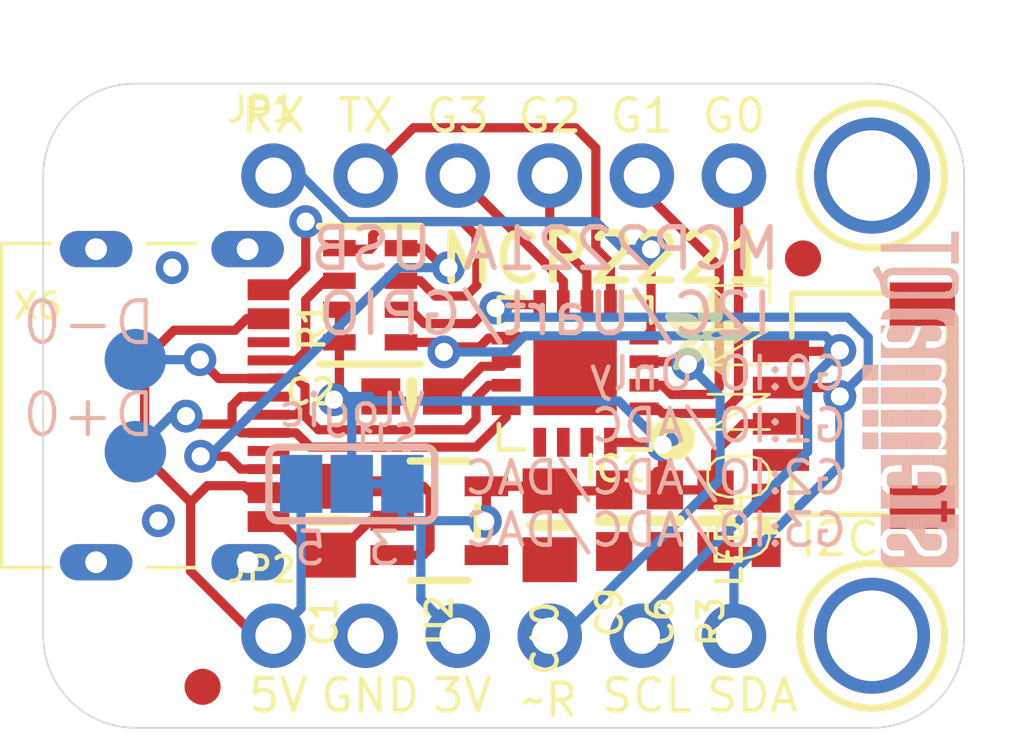
<source format=kicad_pcb>
(kicad_pcb (version 20211014) (generator pcbnew)
  (layers (0 "F.Cu" signal) (31 "B.Cu" signal) (34 "B.Paste" user) (35 "F.Paste" user) (36 "B.SilkS" user "B.Silkscreen") (37 "F.SilkS" user "F.Silkscreen") (38 "B.Mask" user) (39 "F.Mask" user) (44 "Edge.Cuts" user))
  (net 0 "")
  (net 1 "GND")
  (net 2 "+5V")
  (net 3 "D+")
  (net 4 "D-")
  (net 5 "+3V3")
  (net 6 "N$8")
  (net 7 "CC1")
  (net 8 "CC2")
  (net 9 "VCC")
  (net 10 "SDA")
  (net 11 "SCL")
  (net 12 "N$1")
  (net 13 "GP0")
  (net 14 "GP1")
  (net 15 "GP2")
  (net 16 "GP3")
  (net 17 "RX")
  (net 18 "TX")
  (net 19 "~{RST}")
  (net 20 "N$2")
  (footprint "" (layer "F.Cu") (at 138.3411 111.3536)
    (fp_text reference "@HOLE1" hide)
    (fp_text value "" (at 0 0) (layer "F.SilkS") (effects (font (size 1.27 1.27))))
    (pad "" np_thru_hole circle (at 0 0) (size 2.54 2.54) (drill 2.54) (layers *.Cu *.Mask))
  )
  (footprint "boardEagle:FIDUCIAL_1MM" (layer "F.Cu") (at 140.1953 112.7633)
    (fp_text reference "FID1" hide)
    (fp_text value "FIDUCIAL_1MM" hide)
    (pad "1" smd roundrect (at 0 0) (size 1 1) (layers "F.Cu" "F.Mask") (roundrect_rratio 0.5))
  )
  (footprint "boardEagle:SOT23-5" (layer "F.Cu") (at 146.7231 108.1786 -90)
    (fp_text reference "U2" (at 1.978 0 90) (layer "F.SilkS") (effects (font (size 0.692831 0.692831) (thickness 0.119969)) (justify right)))
    (fp_text value "AP2112-3.3")
    (pad "1" smd rect (at -0.95 1.3001 270) (size 0.55 1.2) (layers "F.Cu" "F.Paste" "F.Mask") (net 2 "+5V"))
    (pad "2" smd rect (at 0 1.3001 270) (size 0.55 1.2) (layers "F.Cu" "F.Paste" "F.Mask") (net 1 "GND"))
    (pad "3" smd rect (at 0.95 1.3001 270) (size 0.55 1.2) (layers "F.Cu" "F.Paste" "F.Mask") (net 2 "+5V"))
    (pad "4" smd rect (at 0.95 -1.3001 270) (size 0.55 1.2) (layers "F.Cu" "F.Paste" "F.Mask"))
    (pad "5" smd rect (at -0.95 -1.3001 270) (size 0.55 1.2) (layers "F.Cu" "F.Paste" "F.Mask") (net 5 "+3V3"))
  )
  (footprint "boardEagle:QFN16_4MM" (layer "F.Cu") (at 150.4696 104.1146 180)
    (fp_text reference "IC1" (at -2.024 -2.632) (layer "F.SilkS") (effects (font (size 0.692831 0.692831) (thickness 0.119969)) (justify right)))
    (fp_text value "MCP2221_ML")
    (pad "1" smd rect (at -1.9 -0.975 270) (size 0.35 0.8) (layers "F.Cu" "F.Paste" "F.Mask") (net 13 "GP0"))
    (pad "2" smd rect (at -1.9 -0.325 270) (size 0.35 0.8) (layers "F.Cu" "F.Paste" "F.Mask") (net 14 "GP1"))
    (pad "3" smd rect (at -1.9 0.325 270) (size 0.35 0.8) (layers "F.Cu" "F.Paste" "F.Mask") (net 19 "~{RST}"))
    (pad "4" smd rect (at -1.9 0.975 270) (size 0.35 0.8) (layers "F.Cu" "F.Paste" "F.Mask") (net 17 "RX"))
    (pad "5" smd rect (at -0.975 1.9) (size 0.35 0.8) (layers "F.Cu" "F.Paste" "F.Mask") (net 18 "TX"))
    (pad "6" smd rect (at -0.325 1.9) (size 0.35 0.8) (layers "F.Cu" "F.Paste" "F.Mask") (net 15 "GP2"))
    (pad "7" smd rect (at 0.325 1.9) (size 0.35 0.8) (layers "F.Cu" "F.Paste" "F.Mask") (net 16 "GP3"))
    (pad "8" smd rect (at 0.975 1.9) (size 0.35 0.8) (layers "F.Cu" "F.Paste" "F.Mask") (net 10 "SDA"))
    (pad "9" smd rect (at 1.9 0.975 90) (size 0.35 0.8) (layers "F.Cu" "F.Paste" "F.Mask") (net 11 "SCL"))
    (pad "10" smd rect (at 1.9 0.325 90) (size 0.35 0.8) (layers "F.Cu" "F.Paste" "F.Mask") (net 12 "N$1"))
    (pad "11" smd rect (at 1.9 -0.325 90) (size 0.35 0.8) (layers "F.Cu" "F.Paste" "F.Mask") (net 4 "D-"))
    (pad "12" smd rect (at 1.9 -0.975 90) (size 0.35 0.8) (layers "F.Cu" "F.Paste" "F.Mask") (net 3 "D+"))
    (pad "13" smd rect (at 0.975 -1.9 180) (size 0.35 0.8) (layers "F.Cu" "F.Paste" "F.Mask") (net 1 "GND"))
    (pad "14" smd rect (at 0.325 -1.9 180) (size 0.35 0.8) (layers "F.Cu" "F.Paste" "F.Mask"))
    (pad "15" smd rect (at -0.325 -1.9 180) (size 0.35 0.8) (layers "F.Cu" "F.Paste" "F.Mask"))
    (pad "16" smd rect (at -0.975 -1.9 180) (size 0.35 0.8) (layers "F.Cu" "F.Paste" "F.Mask") (net 9 "VCC"))
    (pad "THERMAL" smd rect (at 0 0 180) (size 2.3 2.3) (layers "F.Cu" "F.Mask"))
  )
  (footprint "boardEagle:USB_C_CUSB31-CFM2AX-01-X" (layer "F.Cu") (at 138.4681 105.0036 -90)
    (fp_text reference "X6" (at -2.75 3.56) (layer "F.SilkS") (effects (font (size 0.692831 0.692831) (thickness 0.119969)) (justify left)))
    (fp_text value "USBC")
    (pad "" np_thru_hole circle (at 2.89 -2.47 270) (size 0.65 0.65) (drill 0.65) (layers *.Cu *.Mask))
    (pad "" np_thru_hole circle (at -2.89 -2.47 270) (size 0.65 0.65) (drill 0.65) (layers *.Cu *.Mask))
    (pad "A1B12" smd rect (at -3.2 -3.545 270) (size 0.575 1.15) (layers "F.Cu" "F.Paste" "F.Mask") (net 1 "GND"))
    (pad "A4B9" smd rect (at -2.4 -3.545 270) (size 0.575 1.15) (layers "F.Cu" "F.Paste" "F.Mask") (net 2 "+5V"))
    (pad "A5" smd rect (at -1.25 -3.545 270) (size 0.275 1.15) (layers "F.Cu" "F.Paste" "F.Mask") (net 7 "CC1"))
    (pad "A6" smd rect (at -0.25 -3.545 270) (size 0.275 1.15) (layers "F.Cu" "F.Paste" "F.Mask") (net 3 "D+"))
    (pad "A7" smd rect (at 0.25 -3.545 270) (size 0.275 1.15) (layers "F.Cu" "F.Paste" "F.Mask") (net 4 "D-"))
    (pad "A8" smd rect (at 1.25 -3.545 270) (size 0.275 1.15) (layers "F.Cu" "F.Paste" "F.Mask"))
    (pad "B1A12" smd rect (at 3.2 -3.545 270) (size 0.575 1.15) (layers "F.Cu" "F.Paste" "F.Mask") (net 1 "GND"))
    (pad "B4A9" smd rect (at 2.4 -3.545 270) (size 0.575 1.15) (layers "F.Cu" "F.Paste" "F.Mask") (net 2 "+5V"))
    (pad "B5" smd rect (at 1.75 -3.545 270) (size 0.275 1.15) (layers "F.Cu" "F.Paste" "F.Mask") (net 8 "CC2"))
    (pad "B6" smd rect (at 0.75 -3.545 270) (size 0.275 1.15) (layers "F.Cu" "F.Paste" "F.Mask") (net 3 "D+"))
    (pad "B7" smd rect (at -0.75 -3.545 270) (size 0.275 1.15) (layers "F.Cu" "F.Paste" "F.Mask") (net 4 "D-"))
    (pad "B8" smd rect (at -1.75 -3.545 270) (size 0.275 1.15) (layers "F.Cu" "F.Paste" "F.Mask"))
    (pad "M1" thru_hole oval (at -4.32 -2.97) (size 2 1) (drill 0.6) (layers *.Cu *.Mask))
    (pad "M2" thru_hole oval (at 4.32 -2.97) (size 2 1) (drill 0.6) (layers *.Cu *.Mask))
    (pad "M3" thru_hole oval (at -4.32 1.21) (size 2 1) (drill 0.6) (layers *.Cu *.Mask))
    (pad "M4" thru_hole oval (at 4.32 1.21) (size 2 1) (drill 0.6) (layers *.Cu *.Mask))
  )
  (footprint "boardEagle:0603-NO" (layer "F.Cu") (at 152.9461 108.1786 -90)
    (fp_text reference "C6" (at 2.032 0.127 90) (layer "F.SilkS") (effects (font (size 0.692831 0.692831) (thickness 0.119969)) (justify right)))
    (fp_text value "1uF")
    (pad "1" smd rect (at -0.85 0 270) (size 1.075 1) (layers "F.Cu" "F.Paste" "F.Mask") (net 9 "VCC"))
    (pad "2" smd rect (at 0.85 0 270) (size 1.075 1) (layers "F.Cu" "F.Paste" "F.Mask") (net 1 "GND"))
  )
  (footprint "boardEagle:JST_SH4" (layer "F.Cu") (at 158.6611 105.0036 90)
    (fp_text reference "CONN1" (at -4.6 -3.614 90) (layer "F.SilkS") (effects (font (size 1.703222 1.703222) (thickness 0.074778)) (justify left)))
    (fp_text value "STEMMA_I2C_QT" hide)
    (pad "1" smd rect (at -1.5 -2.514 180) (size 1.55 0.6) (layers "F.Cu" "F.Paste" "F.Mask") (net 1 "GND"))
    (pad "2" smd rect (at -0.5 -2.514 180) (size 1.55 0.6) (layers "F.Cu" "F.Paste" "F.Mask") (net 9 "VCC"))
    (pad "3" smd rect (at 0.5 -2.514 180) (size 1.55 0.6) (layers "F.Cu" "F.Paste" "F.Mask") (net 10 "SDA"))
    (pad "4" smd rect (at 1.5 -2.514 180) (size 1.55 0.6) (layers "F.Cu" "F.Paste" "F.Mask") (net 11 "SCL"))
    (pad "MT1" smd rect (at -2.8 1.386 180) (size 1.8 1.2) (layers "F.Cu" "F.Paste" "F.Mask") (net 1 "GND"))
    (pad "MT2" smd rect (at 2.8 1.386 180) (size 1.8 1.2) (layers "F.Cu" "F.Paste" "F.Mask") (net 1 "GND"))
  )
  (footprint "" (layer "F.Cu") (at 138.3411 98.6536)
    (fp_text reference "@HOLE0" hide)
    (fp_text value "" (at 0 0) (layer "F.SilkS") (effects (font (size 1.27 1.27))))
    (pad "" np_thru_hole circle (at 0 0) (size 2.54 2.54) (drill 2.54) (layers *.Cu *.Mask))
  )
  (footprint "boardEagle:ADAFRUIT_2.5MM" (layer "F.Cu") (at 152.9461 104.2416)
    (fp_text reference "U$2" hide)
    (fp_text value "" hide)
  )
  (footprint "boardEagle:0603-NO" (layer "F.Cu") (at 145.9611 104.7496 180)
    (fp_text reference "C2" (at 2.032 0.127) (layer "F.SilkS") (effects (font (size 0.692831 0.692831) (thickness 0.119969)) (justify right)))
    (fp_text value "1uF")
    (pad "1" smd rect (at -0.85 0 180) (size 1.075 1) (layers "F.Cu" "F.Paste" "F.Mask") (net 12 "N$1"))
    (pad "2" smd rect (at 0.85 0 180) (size 1.075 1) (layers "F.Cu" "F.Paste" "F.Mask") (net 1 "GND"))
  )
  (footprint "boardEagle:1X06_ROUND_70" (layer "F.Cu") (at 148.5011 98.6536)
    (fp_text reference "JP1" (at -7.6962 -1.8288) (layer "F.SilkS") (effects (font (size 0.692831 0.692831) (thickness 0.119969)) (justify left)))
    (fp_text value "")
    (pad "1" thru_hole circle (at -6.35 0 90) (size 1.778 1.778) (drill 1) (layers *.Cu *.Mask) (net 17 "RX"))
    (pad "2" thru_hole circle (at -3.81 0 90) (size 1.778 1.778) (drill 1) (layers *.Cu *.Mask) (net 18 "TX"))
    (pad "3" thru_hole circle (at -1.27 0 90) (size 1.778 1.778) (drill 1) (layers *.Cu *.Mask) (net 16 "GP3"))
    (pad "4" thru_hole circle (at 1.27 0 90) (size 1.778 1.778) (drill 1) (layers *.Cu *.Mask) (net 15 "GP2"))
    (pad "5" thru_hole circle (at 3.81 0 90) (size 1.778 1.778) (drill 1) (layers *.Cu *.Mask) (net 14 "GP1"))
    (pad "6" thru_hole circle (at 6.35 0 90) (size 1.778 1.778) (drill 1) (layers *.Cu *.Mask) (net 13 "GP0"))
  )
  (footprint "boardEagle:0603-NO" (layer "F.Cu") (at 154.3431 108.1786 -90)
    (fp_text reference "R3" (at 2.032 0.127 90) (layer "F.SilkS") (effects (font (size 0.692831 0.692831) (thickness 0.119969)) (justify right)))
    (fp_text value "10k")
    (pad "1" smd rect (at -0.85 0 270) (size 1.075 1) (layers "F.Cu" "F.Paste" "F.Mask") (net 9 "VCC"))
    (pad "2" smd rect (at 0.85 0 270) (size 1.075 1) (layers "F.Cu" "F.Paste" "F.Mask") (net 6 "N$8"))
  )
  (footprint "boardEagle:MOUNTINGHOLE_2.5_PLATED" (layer "F.Cu") (at 158.6611 98.6536)
    (fp_text reference "U$6" hide)
    (fp_text value "MOUNTINGHOLE2.5" hide)
    (pad "P$1" thru_hole circle (at 0 0) (size 3.2 3.2) (drill 2.5) (layers *.Cu *.Mask))
  )
  (footprint "boardEagle:0603-NO" (layer "F.Cu") (at 151.5491 108.1786 -90)
    (fp_text reference "C9" (at 1.778 0.127 90) (layer "F.SilkS") (effects (font (size 0.692831 0.692831) (thickness 0.119969)) (justify right)))
    (fp_text value "0.1uF")
    (pad "1" smd rect (at -0.85 0 270) (size 1.075 1) (layers "F.Cu" "F.Paste" "F.Mask") (net 5 "+3V3"))
    (pad "2" smd rect (at 0.85 0 270) (size 1.075 1) (layers "F.Cu" "F.Paste" "F.Mask") (net 1 "GND"))
  )
  (footprint "boardEagle:0805-NO" (layer "F.Cu") (at 149.7711 108.3056 -90)
    (fp_text reference "C10" (at 2.032 0.127 90) (layer "F.SilkS") (effects (font (size 0.692831 0.692831) (thickness 0.119969)) (justify right)))
    (fp_text value "10uF")
    (pad "1" smd rect (at -0.95 0 270) (size 1.24 1.5) (layers "F.Cu" "F.Paste" "F.Mask") (net 5 "+3V3"))
    (pad "2" smd rect (at 0.95 0 270) (size 1.24 1.5) (layers "F.Cu" "F.Paste" "F.Mask") (net 1 "GND"))
  )
  (footprint "boardEagle:RESPACK_4X0603" (layer "F.Cu") (at 144.8181 101.9556 90)
    (fp_text reference "R1" (at -1.6 -1.6 90) (layer "F.SilkS") (effects (font (size 0.692831 0.692831) (thickness 0.119969)) (justify left)))
    (fp_text value "5.1K")
    (pad "1" smd rect (at -1.3 0.85 90) (size 0.45 0.9) (layers "F.Cu" "F.Paste" "F.Mask") (net 11 "SCL"))
    (pad "2" smd rect (at -0.4 0.85 90) (size 0.45 0.9) (layers "F.Cu" "F.Paste" "F.Mask") (net 10 "SDA"))
    (pad "3" smd rect (at 0.4 0.85 90) (size 0.45 0.9) (layers "F.Cu" "F.Paste" "F.Mask") (net 1 "GND"))
    (pad "4" smd rect (at 1.3 0.85 90) (size 0.45 0.9) (layers "F.Cu" "F.Paste" "F.Mask") (net 8 "CC2"))
    (pad "5" smd rect (at 1.3 -0.85 90) (size 0.45 0.9) (layers "F.Cu" "F.Paste" "F.Mask") (net 1 "GND"))
    (pad "6" smd rect (at 0.4 -0.85 90) (size 0.45 0.9) (layers "F.Cu" "F.Paste" "F.Mask") (net 7 "CC1"))
    (pad "7" smd rect (at -0.4 -0.85 90) (size 0.45 0.9) (layers "F.Cu" "F.Paste" "F.Mask") (net 9 "VCC"))
    (pad "8" smd rect (at -1.3 -0.85 90) (size 0.45 0.9) (layers "F.Cu" "F.Paste" "F.Mask") (net 9 "VCC"))
  )
  (footprint "boardEagle:0805-NO" (layer "F.Cu") (at 143.6751 108.1786 -90)
    (fp_text reference "C1" (at 2.032 0.127 90) (layer "F.SilkS") (effects (font (size 0.692831 0.692831) (thickness 0.119969)) (justify right)))
    (fp_text value "10uF")
    (pad "1" smd rect (at -0.95 0 270) (size 1.24 1.5) (layers "F.Cu" "F.Paste" "F.Mask") (net 2 "+5V"))
    (pad "2" smd rect (at 0.95 0 270) (size 1.24 1.5) (layers "F.Cu" "F.Paste" "F.Mask") (net 1 "GND"))
  )
  (footprint "boardEagle:1X06_ROUND_70" (layer "F.Cu") (at 148.5011 111.3536)
    (fp_text reference "JP2" (at -7.6962 -1.8288) (layer "F.SilkS") (effects (font (size 0.692831 0.692831) (thickness 0.119969)) (justify left)))
    (fp_text value "")
    (pad "1" thru_hole circle (at -6.35 0 90) (size 1.778 1.778) (drill 1) (layers *.Cu *.Mask) (net 2 "+5V"))
    (pad "2" thru_hole circle (at -3.81 0 90) (size 1.778 1.778) (drill 1) (layers *.Cu *.Mask) (net 1 "GND"))
    (pad "3" thru_hole circle (at -1.27 0 90) (size 1.778 1.778) (drill 1) (layers *.Cu *.Mask) (net 5 "+3V3"))
    (pad "4" thru_hole circle (at 1.27 0 90) (size 1.778 1.778) (drill 1) (layers *.Cu *.Mask) (net 19 "~{RST}"))
    (pad "5" thru_hole circle (at 3.81 0 90) (size 1.778 1.778) (drill 1) (layers *.Cu *.Mask) (net 11 "SCL"))
    (pad "6" thru_hole circle (at 6.35 0 90) (size 1.778 1.778) (drill 1) (layers *.Cu *.Mask) (net 10 "SDA"))
  )
  (footprint "boardEagle:FIDUCIAL_1MM" (layer "F.Cu") (at 156.7561 100.9396)
    (fp_text reference "FID2" hide)
    (fp_text value "FIDUCIAL_1MM" hide)
    (pad "1" smd roundrect (at 0 0) (size 1 1) (layers "F.Cu" "F.Mask") (roundrect_rratio 0.5))
  )
  (footprint "boardEagle:CHIPLED_0603_NOOUTLINE" (layer "F.Cu") (at 155.7401 108.3056)
    (fp_text reference "LED1" (at -1.016 1.778 90) (layer "F.SilkS") (effects (font (size 0.692831 0.692831) (thickness 0.119969)) (justify left)))
    (fp_text value "green")
    (pad "A" smd rect (at 0 0.75) (size 0.8 0.8) (layers "F.Cu" "F.Paste" "F.Mask") (net 6 "N$8"))
    (pad "C" smd rect (at 0 -0.75) (size 0.8 0.8) (layers "F.Cu" "F.Paste" "F.Mask") (net 1 "GND"))
  )
  (footprint "boardEagle:MOUNTINGHOLE_2.5_PLATED" (layer "F.Cu") (at 158.6611 111.3536)
    (fp_text reference "U$7" hide)
    (fp_text value "MOUNTINGHOLE2.5" hide)
    (pad "P$1" thru_hole circle (at 0 0) (size 3.2 3.2) (drill 2.5) (layers *.Cu *.Mask))
  )
  (footprint "boardEagle:SOLDERJUMPER_2WAY_OPEN_NOPASTE" (layer "B.Cu") (at 144.3101 107.1626 180)
    (fp_text reference "SJ1" (at -1.905 1.27) (layer "B.SilkS") (effects (font (size 0.692831 0.692831) (thickness 0.119969)) (justify left mirror)))
    (fp_text value "")
    (pad "1" smd rect (at -1.397 0 180) (size 1.1684 1.6002) (layers "B.Cu") (net 5 "+3V3"))
    (pad "2" smd rect (at 0 0 180) (size 1.1684 1.6002) (layers "B.Cu") (net 9 "VCC"))
    (pad "3" smd rect (at 1.397 0 180) (size 1.1684 1.6002) (layers "B.Cu") (net 2 "+5V"))
  )
  (footprint "boardEagle:TP17R" (layer "B.Cu") (at 138.3411 106.2736 180)
    (fp_text reference "D+0" (at -0.635 1.016) (layer "B.SilkS") (effects (font (size 1.15316 1.15316) (thickness 0.11684)) (justify left mirror)))
    (fp_text value "TPTP17R")
    (pad "TP" smd roundrect (at 0 0 180) (size 1.7 1.7) (layers "B.Cu" "B.Mask") (roundrect_rratio 0.5) (net 3 "D+"))
  )
  (footprint "boardEagle:STEMMAQT" (layer "B.Cu") (at 158.4071 109.4486 90)
    (fp_text reference "U$3" hide)
    (fp_text value "" hide)
  )
  (footprint "boardEagle:TP17R" (layer "B.Cu") (at 138.3411 103.7336 180)
    (fp_text reference "D-0" (at -0.635 1.016) (layer "B.SilkS") (effects (font (size 1.15316 1.15316) (thickness 0.11684)) (justify left mirror)))
    (fp_text value "TPTP17R")
    (pad "TP" smd roundrect (at 0 0 180) (size 1.7 1.7) (layers "B.Cu" "B.Mask") (roundrect_rratio 0.5) (net 4 "D-"))
  )
  (gr_arc (start 161.2011 111.3536) (mid 160.457151 113.149651) (end 158.6611 113.8936) (layer "Edge.Cuts") (width 0.05))
  (gr_line (start 138.3411 113.8936) (end 158.6611 113.8936) (layer "Edge.Cuts") (width 0.05))
  (gr_arc (start 135.8011 98.6536) (mid 136.545049 96.857549) (end 138.3411 96.1136) (layer "Edge.Cuts") (width 0.05))
  (gr_line (start 135.8011 98.6536) (end 135.8011 111.3536) (layer "Edge.Cuts") (width 0.05))
  (gr_arc (start 158.6611 96.1136) (mid 160.457151 96.857549) (end 161.2011 98.6536) (layer "Edge.Cuts") (width 0.05))
  (gr_line (start 158.6611 96.1136) (end 138.3411 96.1136) (layer "Edge.Cuts") (width 0.05))
  (gr_arc (start 138.3411 113.8936) (mid 136.545049 113.149651) (end 135.8011 111.3536) (layer "Edge.Cuts") (width 0.05))
  (gr_line (start 161.2011 111.3536) (end 161.2011 98.6536) (layer "Edge.Cuts") (width 0.05))
  (gr_text "3" (at 145.1991 108.9406) (layer "B.SilkS") (effects (font (size 0.89408 0.89408) (thickness 0.12192)) (justify mirror)))
  (gr_text "5" (at 143.1671 108.9406) (layer "B.SilkS") (effects (font (size 0.89408 0.89408) (thickness 0.12192)) (justify mirror)))
  (gr_text "G0:IO Only\nG1:IO/ADC\nG2:IO/ADC/DAC\nG3:IO/ADC/DAC" (at 158.0261 106.2736) (layer "B.SilkS") (effects (font (size 0.89408 0.89408) (thickness 0.12192)) (justify left mirror)))
  (gr_text "MCP2221A USB\nI2C/Uart/GPIO" (at 149.6441 101.5746) (layer "B.SilkS") (effects (font (size 1.1176 1.1176) (thickness 0.1524)) (justify mirror)))
  (gr_text "Vlogic" (at 144.3101 105.1306) (layer "B.SilkS") (effects (font (size 0.89408 0.89408) (thickness 0.12192)) (justify mirror)))
  (gr_text "5V" (at 142.2781 113.0046) (layer "F.SilkS") (effects (font (size 0.89408 0.89408) (thickness 0.12192))))
  (gr_text "SDA" (at 155.3591 113.0046) (layer "F.SilkS") (effects (font (size 0.89408 0.89408) (thickness 0.12192))))
  (gr_text "GND" (at 144.8181 113.0046) (layer "F.SilkS") (effects (font (size 0.89408 0.89408) (thickness 0.12192))))
  (gr_text "TX" (at 144.6911 97.0026) (layer "F.SilkS") (effects (font (size 0.89408 0.89408) (thickness 0.12192))))
  (gr_text "G3" (at 147.2311 97.0026) (layer "F.SilkS") (effects (font (size 0.89408 0.89408) (thickness 0.12192))))
  (gr_text "G0" (at 154.8511 97.0026) (layer "F.SilkS") (effects (font (size 0.89408 0.89408) (thickness 0.12192))))
  (gr_text "MCP2221" (at 151.2951 100.9396) (layer "F.SilkS") (effects (font (size 1.31064 1.31064) (thickness 0.21336))))
  (gr_text "G1" (at 152.3111 97.0026) (layer "F.SilkS") (effects (font (size 0.89408 0.89408) (thickness 0.12192))))
  (gr_text "3V" (at 147.3581 113.0046) (layer "F.SilkS") (effects (font (size 0.89408 0.89408) (thickness 0.12192))))
  (gr_text "I2C" (at 157.7721 108.6866) (layer "F.SilkS") (effects (font (size 0.89408 0.89408) (thickness 0.12192))))
  (gr_text "SCL" (at 152.4381 113.0046) (layer "F.SilkS") (effects (font (size 0.89408 0.89408) (thickness 0.12192))))
  (gr_text "~R" (at 149.7711 113.1316) (layer "F.SilkS") (effects (font (size 0.89408 0.89408) (thickness 0.12192))))
  (gr_text "RX" (at 142.1511 97.0026) (layer "F.SilkS") (effects (font (size 0.89408 0.89408) (thickness 0.12192))))
  (gr_text "G2" (at 149.7711 97.0026) (layer "F.SilkS") (effects (font (size 0.89408 0.89408) (thickness 0.12192))))
  (segment (start 147.7605 100.8691) (end 147.7391 100.8477) (width 0.254) (layer "F.Cu") (net 1))
  (segment (start 144.8181 108.1786) (end 143.8681 109.1286) (width 0.254) (layer "F.Cu") (net 1))
  (segment (start 143.0401 101.1936) (end 143.0401 99.9236) (width 0.254) (layer "F.Cu") (net 1))
  (segment (start 147.7391 100.3046) (end 147.3581 99.9236) (width 0.254) (layer "F.Cu") (net 1))
  (segment (start 147.4637 101.977) (end 147.7605 101.6802) (width 0.254) (layer "F.Cu") (net 1))
  (segment (start 144.8879 100.293825) (end 144.8879 100.6158) (width 0.254) (layer "F.Cu") (net 1))
  (segment (start 142.0131 108.2036) (end 142.3031 108.2036) (width 0.254) (layer "F.Cu") (net 1))
  (segment (start 145.258125 99.9236) (end 144.8879 100.293825) (width 0.254) (layer "F.Cu") (net 1))
  (segment (start 142.0131 101.8036) (end 142.4301 101.8036) (width 0.254) (layer "F.Cu") (net 1))
  (segment (start 147.7605 101.6802) (end 147.7605 100.8691) (width 0.254) (layer "F.Cu") (net 1))
  (segment (start 143.9981 100.6856) (end 143.9681 100.6556) (width 0.254) (layer "F.Cu") (net 1))
  (segment (start 143.8681 109.1286) (end 143.6751 109.1286) (width 0.254) (layer "F.Cu") (net 1))
  (segment (start 142.3031 108.2036) (end 143.2281 109.1286) (width 0.254) (layer "F.Cu") (net 1))
  (segment (start 143.2281 109.1286) (end 143.6751 109.1286) (width 0.254) (layer "F.Cu") (net 1))
  (segment (start 146.6175 101.977) (end 147.4637 101.977) (width 0.254) (layer "F.Cu") (net 1))
  (segment (start 146.1961 101.5556) (end 146.6175 101.977) (width 0.254) (layer "F.Cu") (net 1))
  (segment (start 142.4301 101.8036) (end 143.0401 101.1936) (width 0.254) (layer "F.Cu") (net 1))
  (segment (start 144.8879 100.6158) (end 144.8181 100.6856) (width 0.254) (layer "F.Cu") (net 1))
  (segment (start 145.423 108.1786) (end 144.8181 108.1786) (width 0.254) (layer "F.Cu") (net 1))
  (segment (start 147.3581 99.9236) (end 145.258125 99.9236) (width 0.254) (layer "F.Cu") (net 1))
  (segment (start 145.6681 101.5556) (end 146.1961 101.5556) (width 0.254) (layer "F.Cu") (net 1))
  (segment (start 147.7391 100.8477) (end 147.7391 100.3046) (width 0.254) (layer "F.Cu") (net 1))
  (segment (start 144.8181 100.6856) (end 143.9981 100.6856) (width 0.254) (layer "F.Cu") (net 1))
  (via (at 138.9761 108.1786) (size 0.9064) (drill 0.5) (layers "F.Cu" "B.Cu") (net 1))
  (via (at 143.0401 99.9236) (size 0.9064) (drill 0.5) (layers "F.Cu" "B.Cu") (net 1))
  (via (at 139.3571 101.1936) (size 0.9064) (drill 0.5) (layers "F.Cu" "B.Cu") (net 1))
  (segment (start 139.8651 107.6706) (end 139.8651 109.5756) (width 0.254) (layer "F.Cu") (net 2))
  (segment (start 142.0131 107.4036) (end 143.5001 107.4036) (width 0.254) (layer "F.Cu") (net 2))
  (segment (start 142.0131 102.6036) (end 141.410618 102.6036) (width 0.254) (layer "F.Cu") (net 2))
  (segment (start 143.5001 107.4036) (end 143.6751 107.2286) (width 0.254) (layer "F.Cu") (net 2))
  (segment (start 140.3227 107.213) (end 139.8651 107.6706) (width 0.254) (layer "F.Cu") (net 2))
  (segment (start 141.347018 107.213) (end 140.3227 107.213) (width 0.254) (layer "F.Cu") (net 2))
  (segment (start 141.6431 111.3536) (end 142.1511 111.3536) (width 0.254) (layer "F.Cu") (net 2))
  (segment (start 145.423 109.1286) (end 146.2811 109.1286) (width 0.254) (layer "F.Cu") (net 2))
  (segment (start 138.5951 103.7336) (end 138.5951 106.4006) (width 0.254) (layer "F.Cu") (net 2))
  (segment (start 141.093018 102.9212) (end 139.4075 102.9212) (width 0.254) (layer "F.Cu") (net 2))
  (segment (start 138.5951 106.4006) (end 139.8651 107.6706) (width 0.254) (layer "F.Cu") (net 2))
  (segment (start 146.2811 109.1286) (end 146.4691 108.9406) (width 0.254) (layer "F.Cu") (net 2))
  (segment (start 139.4075 102.9212) (end 138.5951 103.7336) (width 0.254) (layer "F.Cu") (net 2))
  (segment (start 146.4691 108.9406) (end 146.4691 107.4166) (width 0.254) (layer "F.Cu") (net 2))
  (segment (start 141.537618 107.4036) (end 141.347018 107.213) (width 0.254) (layer "F.Cu") (net 2))
  (segment (start 141.410618 102.6036) (end 141.093018 102.9212) (width 0.254) (layer "F.Cu") (net 2))
  (segment (start 139.8651 109.5756) (end 141.6431 111.3536) (width 0.254) (layer "F.Cu") (net 2))
  (segment (start 146.4691 107.4166) (end 146.2811 107.2286) (width 0.254) (layer "F.Cu") (net 2))
  (segment (start 142.0131 107.4036) (end 141.537618 107.4036) (width 0.254) (layer "F.Cu") (net 2))
  (segment (start 143.6751 107.2286) (end 145.423 107.2286) (width 0.254) (layer "F.Cu") (net 2))
  (segment (start 146.2811 107.2286) (end 145.423 107.2286) (width 0.254) (layer "F.Cu") (net 2))
  (segment (start 142.9131 110.5916) (end 142.1511 111.3536) (width 0.254) (layer "B.Cu") (net 2))
  (segment (start 142.9131 107.1626) (end 142.9131 110.5916) (width 0.254) (layer "B.Cu") (net 2))
  (segment (start 142.7741 105.7536) (end 143.1671 106.1466) (width 0.254) (layer "F.Cu") (net 3))
  (segment (start 143.1671 106.1466) (end 147.7391 106.1466) (width 0.254) (layer "F.Cu") (net 3))
  (segment (start 141.2581 104.7536) (end 142.0131 104.7536) (width 0.254) (layer "F.Cu") (net 3))
  (segment (start 142.0131 105.7536) (end 142.7741 105.7536) (width 0.254) (layer "F.Cu") (net 3))
  (segment (start 141.0081 105.5116) (end 139.9587 105.5116) (width 0.254) (layer "F.Cu") (net 3))
  (segment (start 141.2501 105.7536) (end 141.0081 105.5116) (width 0.254) (layer "F.Cu") (net 3))
  (segment (start 139.9587 105.5116) (end 139.7381 105.291) (width 0.254) (layer "F.Cu") (net 3))
  (segment (start 141.0081 105.0036) (end 141.0081 105.5116) (width 0.254) (layer "F.Cu") (net 3))
  (segment (start 148.5696 105.0896) (end 148.5696 105.3161) (width 0.254) (layer "F.Cu") (net 3))
  (segment (start 148.5696 105.3161) (end 147.7391 106.1466) (width 0.254) (layer "F.Cu") (net 3))
  (segment (start 142.0131 105.7536) (end 141.2501 105.7536) (width 0.254) (layer "F.Cu") (net 3))
  (segment (start 141.0081 105.0036) (end 141.2581 104.7536) (width 0.254) (layer "F.Cu") (net 3))
  (via (at 139.7381 105.291) (size 0.9064) (drill 0.5) (layers "F.Cu" "B.Cu") (net 3))
  (segment (start 139.3237 105.291) (end 138.3411 106.2736) (width 0.254) (layer "B.Cu") (net 3))
  (segment (start 139.7381 105.291) (end 139.3237 105.291) (width 0.254) (layer "B.Cu") (net 3))
  (segment (start 148.08655 104.4396) (end 148.5696 104.4396) (width 0.254) (layer "F.Cu") (net 4))
  (segment (start 143.0199 105.297663) (end 143.0199 105.01735) (width 0.254) (layer "F.Cu") (net 4))
  (segment (start 147.7378 104.78835) (end 148.08655 104.4396) (width 0.254) (layer "F.Cu") (net 4))
  (segment (start 147.7378 105.3859) (end 147.7378 104.78835) (width 0.254) (layer "F.Cu") (net 4))
  (segment (start 142.0131 105.2536) (end 142.78365 105.2536) (width 0.254) (layer "F.Cu") (net 4))
  (segment (start 142.0131 104.2536) (end 140.6391 104.2536) (width 0.254) (layer "F.Cu") (net 4))
  (segment (start 142.78365 105.2536) (end 143.0199 105.01735) (width 0.254) (layer "F.Cu") (net 4))
  (segment (start 143.390968 105.668732) (end 147.454968 105.668732) (width 0.254) (layer "F.Cu") (net 4))
  (segment (start 147.454968 105.668732) (end 147.7378 105.3859) (width 0.254) (layer "F.Cu") (net 4))
  (segment (start 143.0199 105.01735) (end 143.0199 104.4754) (width 0.254) (layer "F.Cu") (net 4))
  (segment (start 142.0251 104.2416) (end 142.7861 104.2416) (width 0.254) (layer "F.Cu") (net 4))
  (segment (start 142.0251 104.2416) (end 142.0131 104.2536) (width 0.254) (layer "F.Cu") (net 4))
  (segment (start 142.7861 104.2416) (end 143.0199 104.4754) (width 0.254) (layer "F.Cu") (net 4))
  (segment (start 140.6391 104.2536) (end 140.1191 103.7336) (width 0.254) (layer "F.Cu") (net 4))
  (segment (start 143.390968 105.668732) (end 143.0199 105.297663) (width 0.254) (layer "F.Cu") (net 4))
  (via (at 140.1191 103.7336) (size 0.9064) (drill 0.5) (layers "F.Cu" "B.Cu") (net 4))
  (segment (start 138.3411 103.7336) (end 140.1191 103.7336) (width 0.254) (layer "B.Cu") (net 4))
  (segment (start 148.0232 108.1671) (end 147.9931 108.1972) (width 0.254) (layer "F.Cu") (net 5))
  (segment (start 148.0232 107.2286) (end 148.0232 108.1671) (width 0.254) (layer "F.Cu") (net 5))
  (segment (start 151.5221 107.3556) (end 151.5491 107.3286) (width 0.254) (layer "F.Cu") (net 5))
  (segment (start 149.7711 107.3556) (end 151.5221 107.3556) (width 0.254) (layer "F.Cu") (net 5))
  (segment (start 149.6441 107.2286) (end 149.7711 107.3556) (width 0.254) (layer "F.Cu") (net 5))
  (segment (start 148.0232 107.2286) (end 149.6441 107.2286) (width 0.254) (layer "F.Cu") (net 5))
  (via (at 147.9931 108.1972) (size 0.9064) (drill 0.5) (layers "F.Cu" "B.Cu") (net 5))
  (segment (start 147.9931 108.1972) (end 147.9745 108.1786) (width 0.254) (layer "B.Cu") (net 5))
  (segment (start 146.2151 108.1786) (end 146.2151 110.3376) (width 0.254) (layer "B.Cu") (net 5))
  (segment (start 147.9745 108.1786) (end 146.2151 108.1786) (width 0.254) (layer "B.Cu") (net 5))
  (segment (start 146.2151 108.1786) (end 145.7071 108.1786) (width 0.254) (layer "B.Cu") (net 5))
  (segment (start 145.7071 107.1626) (end 145.7071 108.1786) (width 0.254) (layer "B.Cu") (net 5))
  (segment (start 146.2151 110.3376) (end 147.2311 111.3536) (width 0.254) (layer "B.Cu") (net 5))
  (segment (start 155.7131 109.0286) (end 155.7401 109.0556) (width 0.254) (layer "F.Cu") (net 6))
  (segment (start 154.3431 109.0286) (end 155.7131 109.0286) (width 0.254) (layer "F.Cu") (net 6))
  (segment (start 143.0401 103.49715) (end 143.0401 102.0826) (width 0.254) (layer "F.Cu") (net 7))
  (segment (start 143.9681 101.5556) (end 143.5671 101.5556) (width 0.254) (layer "F.Cu") (net 7))
  (segment (start 142.0131 103.7536) (end 142.78365 103.7536) (width 0.254) (layer "F.Cu") (net 7))
  (segment (start 142.78365 103.7536) (end 143.0401 103.49715) (width 0.254) (layer "F.Cu") (net 7))
  (segment (start 143.5671 101.5556) (end 143.0401 102.0826) (width 0.254) (layer "F.Cu") (net 7))
  (segment (start 142.0131 106.7536) (end 141.24255 106.7536) (width 0.254) (layer "F.Cu") (net 8))
  (segment (start 141.24255 106.7536) (end 140.88955 106.4006) (width 0.254) (layer "F.Cu") (net 8))
  (segment (start 146.8501 101.1936) (end 146.3121 100.6556) (width 0.254) (layer "F.Cu") (net 8))
  (segment (start 140.142306 106.4006) (end 140.88955 106.4006) (width 0.254) (layer "F.Cu") (net 8))
  (segment (start 146.9771 101.1936) (end 146.8501 101.1936) (width 0.254) (layer "F.Cu") (net 8))
  (segment (start 146.3121 100.6556) (end 145.6681 100.6556) (width 0.254) (layer "F.Cu") (net 8))
  (via (at 140.142306 106.4006) (size 0.9064) (drill 0.5) (layers "F.Cu" "B.Cu") (net 8))
  (via (at 146.9771 101.1936) (size 0.9064) (drill 0.5) (layers "F.Cu" "B.Cu") (net 8))
  (segment (start 140.142306 106.4006) (end 140.3731 106.4006) (width 0.254) (layer "B.Cu") (net 8))
  (segment (start 140.3731 106.4006) (end 145.5801 101.1936) (width 0.254) (layer "B.Cu") (net 8))
  (segment (start 145.5801 101.1936) (end 146.9771 101.1936) (width 0.254) (layer "B.Cu") (net 8))
  (segment (start 152.9461 107.0746) (end 152.9851 107.0746) (width 0.254) (layer "F.Cu") (net 9))
  (segment (start 152.9461 107.3286) (end 152.9461 107.0746) (width 0.254) (layer "F.Cu") (net 9))
  (segment (start 143.9681 103.2556) (end 143.9681 102.3556) (width 0.254) (layer "F.Cu") (net 9))
  (segment (start 152.7311 106.8206) (end 152.8826 106.8206) (width 0.254) (layer "F.Cu") (net 9))
  (segment (start 154.3431 107.3286) (end 154.3431 106.2736) (width 0.254) (layer "F.Cu") (net 9))
  (segment (start 152.8826 107.3286) (end 154.3431 107.3286) (width 0.254) (layer "F.Cu") (net 9))
  (segment (start 143.9681 103.2556) (end 143.9681 104.685038) (width 0.254) (layer "F.Cu") (net 9))
  (segment (start 152.8141 106.0146) (end 152.8826 106.0831) (width 0.254) (layer "F.Cu") (net 9))
  (segment (start 152.8826 106.8206) (end 152.8826 107.3286) (width 0.254) (layer "F.Cu") (net 9))
  (segment (start 152.7311 106.8206) (end 152.9851 107.0746) (width 0.254) (layer "F.Cu") (net 9))
  (segment (start 152.8826 106.0831) (end 152.8826 106.8206) (width 0.254) (layer "F.Cu") (net 9))
  (segment (start 155.1131 105.5036) (end 154.3431 106.2736) (width 0.254) (layer "F.Cu") (net 9))
  (segment (start 156.1471 105.5036) (end 155.1131 105.5036) (width 0.254) (layer "F.Cu") (net 9))
  (segment (start 151.4446 106.0146) (end 152.8141 106.0146) (width 0.254) (layer "F.Cu") (net 9))
  (segment (start 143.816256 104.836882) (end 143.9681 104.685038) (width 0.254) (layer "F.Cu") (net 9))
  (via (at 152.8826 106.0831) (size 0.9064) (drill 0.5) (layers "F.Cu" "B.Cu") (net 9))
  (via (at 143.816256 104.836882) (size 0.9064) (drill 0.5) (layers "F.Cu" "B.Cu") (net 9))
  (segment (start 151.6761 104.8766) (end 144.8181 104.8766) (width 0.254) (layer "B.Cu") (net 9))
  (segment (start 144.8181 104.7496) (end 143.903537 104.7496) (width 0.254) (layer "B.Cu") (net 9))
  (segment (start 143.816256 104.836882) (end 143.903537 104.7496) (width 0.254) (layer "B.Cu") (net 9))
  (segment (start 144.8181 104.8766) (end 144.3101 104.8766) (width 0.254) (layer "B.Cu") (net 9))
  (segment (start 144.3101 107.1626) (end 144.3101 104.8766) (width 0.254) (layer "B.Cu") (net 9))
  (segment (start 152.8826 106.0831) (end 151.6761 104.8766) (width 0.254) (layer "B.Cu") (net 9))
  (segment (start 144.8181 104.8766) (end 144.8181 104.7496) (width 0.254) (layer "B.Cu") (net 9))
  (segment (start 147.653362 102.7366) (end 146.3031 102.7366) (width 0.254) (layer "F.Cu") (net 10))
  (segment (start 146.3031 102.7366) (end 145.9221 102.3556) (width 0.254) (layer "F.Cu") (net 10))
  (segment (start 148.175362 102.2146) (end 149.4946 102.2146) (width 0.254) (layer "F.Cu") (net 10))
  (segment (start 157.5261 104.5036) (end 157.7721 104.7496) (width 0.254) (layer "F.Cu") (net 10))
  (segment (start 148.175362 102.2146) (end 148.277231 102.112732) (width 0.254) (layer "F.Cu") (net 10))
  (segment (start 156.1471 104.5036) (end 157.5261 104.5036) (width 0.254) (layer "F.Cu") (net 10))
  (segment (start 148.277231 102.112732) (end 148.277231 102.3082) (width 0.254) (layer "F.Cu") (net 10))
  (segment (start 147.653362 102.7366) (end 148.175362 102.2146) (width 0.254) (layer "F.Cu") (net 10))
  (segment (start 145.6681 102.3556) (end 145.9221 102.3556) (width 0.254) (layer "F.Cu") (net 10))
  (via (at 157.7721 104.7496) (size 0.9064) (drill 0.5) (layers "F.Cu" "B.Cu") (net 10))
  (via (at 148.277231 102.3082) (size 0.9064) (drill 0.5) (layers "F.Cu" "B.Cu") (net 10))
  (segment (start 148.277231 102.3082) (end 148.531231 102.5622) (width 0.254) (layer "B.Cu") (net 10))
  (segment (start 158.5555 103.12) (end 158.5555 103.9662) (width 0.254) (layer "B.Cu") (net 10))
  (segment (start 154.8511 109.5756) (end 154.8511 111.3536) (width 0.254) (layer "B.Cu") (net 10))
  (segment (start 157.7721 104.7496) (end 157.7721 106.6546) (width 0.254) (layer "B.Cu") (net 10))
  (segment (start 158.5555 103.9662) (end 157.7721 104.7496) (width 0.254) (layer "B.Cu") (net 10))
  (segment (start 157.9977 102.5622) (end 158.5555 103.12) (width 0.254) (layer "B.Cu") (net 10))
  (segment (start 157.9977 102.5622) (end 148.531231 102.5622) (width 0.254) (layer "B.Cu") (net 10))
  (segment (start 157.7721 106.6546) (end 154.8511 109.5756) (width 0.254) (layer "B.Cu") (net 10))
  (segment (start 157.7721 103.4796) (end 157.7481 103.5036) (width 0.254) (layer "F.Cu") (net 11))
  (segment (start 145.6681 103.2556) (end 146.8501 103.2556) (width 0.254) (layer "F.Cu") (net 11))
  (segment (start 157.7481 103.5036) (end 156.1471 103.5036) (width 0.254) (layer "F.Cu") (net 11))
  (segment (start 146.8501 103.3826) (end 147.8361 103.3826) (width 0.254) (layer "F.Cu") (net 11))
  (segment (start 146.8501 103.2556) (end 146.8501 103.3826) (width 0.254) (layer "F.Cu") (net 11))
  (segment (start 146.8501 103.3826) (end 146.8501 103.52) (width 0.254) (layer "F.Cu") (net 11))
  (segment (start 147.8361 103.3826) (end 148.0791 103.1396) (width 0.254) (layer "F.Cu") (net 11))
  (segment (start 148.0791 103.1396) (end 148.5696 103.1396) (width 0.254) (layer "F.Cu") (net 11))
  (via (at 157.7721 103.4796) (size 0.9064) (drill 0.5) (layers "F.Cu" "B.Cu") (net 11))
  (via (at 146.8501 103.52) (size 0.9064) (drill 0.5) (layers "F.Cu" "B.Cu") (net 11))
  (segment (start 146.8501 103.52) (end 148.6281 103.52) (width 0.254) (layer "B.Cu") (net 11))
  (segment (start 149.0709 103.0772) (end 148.6281 103.52) (width 0.254) (layer "B.Cu") (net 11))
  (segment (start 152.3111 111.3536) (end 152.3111 110.8456) (width 0.254) (layer "B.Cu") (net 11))
  (segment (start 157.7721 103.4796) (end 156.8831 104.3686) (width 0.254) (layer "B.Cu") (net 11))
  (segment (start 157.3697 103.0772) (end 157.7721 103.4796) (width 0.254) (layer "B.Cu") (net 11))
  (segment (start 149.0709 103.0772) (end 157.3697 103.0772) (width 0.254) (layer "B.Cu") (net 11))
  (segment (start 156.8831 106.2736) (end 152.3111 110.8456) (width 0.254) (layer "B.Cu") (net 11))
  (segment (start 156.8831 104.3686) (end 156.8831 106.2736) (width 0.254) (layer "B.Cu") (net 11))
  (segment (start 148.4426 103.9166) (end 147.8981 103.9166) (width 0.254) (layer "F.Cu") (net 12))
  (segment (start 147.8981 103.9166) (end 147.0651 104.7496) (width 0.254) (layer "F.Cu") (net 12))
  (segment (start 148.5696 103.7896) (end 148.4426 103.9166) (width 0.254) (layer "F.Cu") (net 12))
  (segment (start 146.8111 104.7496) (end 147.0651 104.7496) (width 0.254) (layer "F.Cu") (net 12))
  (segment (start 154.9781 98.7806) (end 154.8511 98.6536) (width 0.254) (layer "F.Cu") (net 13))
  (segment (start 152.8776 105.2166) (end 152.7506 105.0896) (width 0.254) (layer "F.Cu") (net 13))
  (segment (start 154.9781 98.7806) (end 154.9781 104.7496) (width 0.254) (layer "F.Cu") (net 13))
  (segment (start 154.5111 105.2166) (end 152.8776 105.2166) (width 0.254) (layer "F.Cu") (net 13))
  (segment (start 154.5111 105.2166) (end 154.9781 104.7496) (width 0.254) (layer "F.Cu") (net 13))
  (segment (start 152.3696 105.0896) (end 152.7506 105.0896) (width 0.254) (layer "F.Cu") (net 13))
  (segment (start 154.2467 104.6936) (end 153.1316 104.6936) (width 0.254) (layer "F.Cu") (net 14))
  (segment (start 153.1316 104.6936) (end 152.8776 104.4396) (width 0.254) (layer "F.Cu") (net 14))
  (segment (start 154.4447 101.1682) (end 152.3111 99.0346) (width 0.254) (layer "F.Cu") (net 14))
  (segment (start 154.2467 104.6936) (end 154.4447 104.4956) (width 0.254) (layer "F.Cu") (net 14))
  (segment (start 154.4447 104.4956) (end 154.4447 101.1682) (width 0.254) (layer "F.Cu") (net 14))
  (segment (start 152.3111 99.0346) (end 152.3111 98.6536) (width 0.254) (layer "F.Cu") (net 14))
  (segment (start 152.3696 104.4396) (end 152.8776 104.4396) (width 0.254) (layer "F.Cu") (net 14))
  (segment (start 149.7711 100.3046) (end 149.7711 98.6536) (width 0.254) (layer "F.Cu") (net 15))
  (segment (start 150.7946 102.2146) (end 150.7946 101.3281) (width 0.254) (layer "F.Cu") (net 15))
  (segment (start 150.7946 101.3281) (end 149.7711 100.3046) (width 0.254) (layer "F.Cu") (net 15))
  (segment (start 150.1446 101.5671) (end 147.2311 98.6536) (width 0.254) (layer "F.Cu") (net 16))
  (segment (start 150.1446 102.2146) (end 150.1446 101.5671) (width 0.254) (layer "F.Cu") (net 16))
  (segment (start 152.3696 103.1396) (end 152.5651 102.9441) (width 0.254) (layer "F.Cu") (net 17))
  (segment (start 152.5651 102.9441) (end 152.5651 100.6856) (width 0.254) (layer "F.Cu") (net 17))
  (via (at 152.5651 100.6856) (size 0.9064) (drill 0.5) (layers "F.Cu" "B.Cu") (net 17))
  (segment (start 152.5651 100.6856) (end 151.8031 100.6856) (width 0.254) (layer "B.Cu") (net 17))
  (segment (start 151.0411 99.9236) (end 144.1831 99.9236) (width 0.254) (layer "B.Cu") (net 17))
  (segment (start 144.1831 99.9236) (end 142.9131 98.6536) (width 0.254) (layer "B.Cu") (net 17))
  (segment (start 151.8031 100.6856) (end 151.0411 99.9236) (width 0.254) (layer "B.Cu") (net 17))
  (segment (start 142.9131 98.6536) (end 142.1511 98.6536) (width 0.254) (layer "B.Cu") (net 17))
  (segment (start 151.0411 97.8916) (end 151.0411 100.6681) (width 0.254) (layer "F.Cu") (net 18))
  (segment (start 151.0411 97.8916) (end 150.4823 97.3328) (width 0.254) (layer "F.Cu") (net 18))
  (segment (start 150.4823 97.3328) (end 146.0119 97.3328) (width 0.254) (layer "F.Cu") (net 18))
  (segment (start 151.4446 102.2146) (end 151.4446 101.0716) (width 0.254) (layer "F.Cu") (net 18))
  (segment (start 146.0119 97.3328) (end 144.6911 98.6536) (width 0.254) (layer "F.Cu") (net 18))
  (segment (start 151.4446 101.0716) (end 151.0411 100.6681) (width 0.254) (layer "F.Cu") (net 18))
  (segment (start 152.3696 103.7896) (end 153.5101 103.7896) (width 0.254) (layer "F.Cu") (net 19))
  (segment (start 153.5101 103.7896) (end 153.5811 103.8606) (width 0.254) (layer "F.Cu") (net 19))
  (via (at 153.5811 103.8606) (size 0.9064) (drill 0.5) (layers "F.Cu" "B.Cu") (net 19))
  (segment (start 154.4701 104.7496) (end 154.4701 107.0356) (width 0.254) (layer "B.Cu") (net 19))
  (segment (start 154.4701 107.0356) (end 150.1521 111.3536) (width 0.254) (layer "B.Cu") (net 19))
  (segment (start 153.5811 103.8606) (end 154.4701 104.7496) (width 0.254) (layer "B.Cu") (net 19))
  (segment (start 149.7711 111.3536) (end 150.1521 111.3536) (width 0.254) (layer "B.Cu") (net 19))
  (segment (start 144.8181 107.1626) (end 145.1991 107.1626) (width 0.254) (layer "B.Cu") (net 20))
)
</source>
